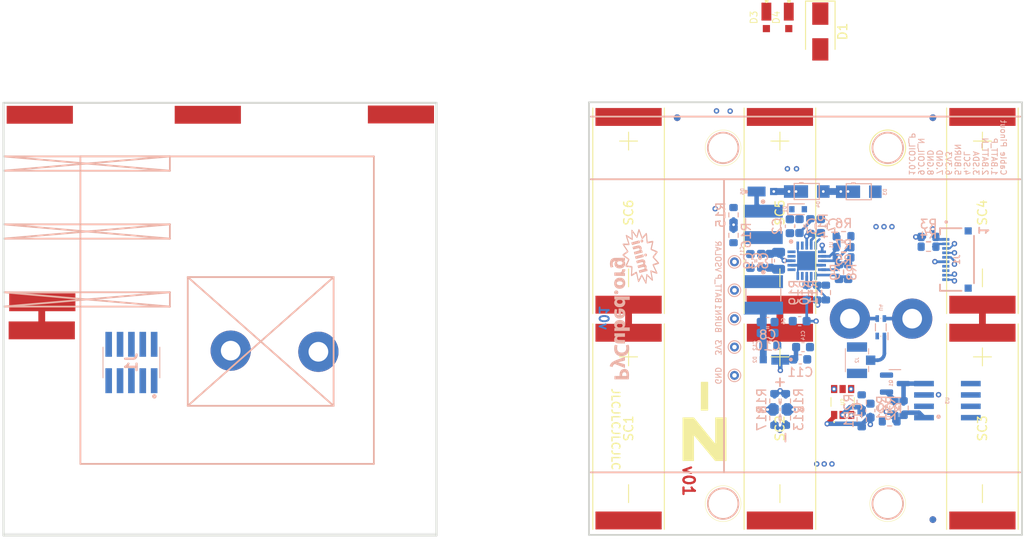
<source format=kicad_pcb>
(kicad_pcb (version 20211014) (generator pcbnew)
  (layers (0 "F.Cu" signal "Top") (1 "In1.Cu" signal) (2 "In2.Cu" signal) (3 "In3.Cu" signal) (4 "In4.Cu" signal) (31 "B.Cu" signal "Bottom") (34 "B.Paste" user) (35 "F.Paste" user) (36 "B.SilkS" user "B.Silkscreen") (37 "F.SilkS" user "F.Silkscreen") (38 "B.Mask" user) (39 "F.Mask" user) (44 "Edge.Cuts" user))
  (net 0 "")
  (net 1 "/coil")
  (net 2 "Net-(H5-Pad1)")
  (net 3 "Net-(H6-Pad1)")
  (footprint "" (layer "F.Cu") (at 20.659999 45.609993)
    (fp_text reference "")
    (fp_text value "")
  )
  (footprint "solarpanels:KXOB25-05X3F" (layer "F.Cu") (at 86.468201 69.996612 -90)
    (fp_text reference "SC1")
    (fp_text value "SolarCell")
  )
  (footprint "MountingHole:MountingHole_2.2mm_M2_DIN965" (layer "F.Cu") (at 28.199994 89.669722 -90)
    (fp_text reference "H3" hide)
    (fp_text value "MountingHole")
  )
  (footprint "solarpanels:Antenna Pad" (layer "F.Cu") (at 118.1671 68.420102 90)
    (fp_text reference "H5" hide)
    (fp_text value "MountingHole_Pad")
  )
  (footprint "" (layer "F.Cu") (at 39.440002 45.609993)
    (fp_text reference "")
    (fp_text value "")
  )
  (footprint "solarpanels:MICROSMP" (layer "F.Cu") (at 101.8725 34.721102 -90)
    (fp_text reference "D3")
    (fp_text value "MSS1P4-M3_89A" hide)
  )
  (footprint "solarpanels:KXOB25-05X3F" (layer "F.Cu") (at 126.018204 45.854613 -90)
    (fp_text reference "SC4")
    (fp_text value "SolarCell")
  )
  (footprint "" (layer "F.Cu") (at 20.939999 66.590393)
    (fp_text reference "")
    (fp_text value "")
  )
  (footprint "Fiducial:Fiducial_0.75mm_Mask1.5mm" (layer "F.Cu") (at 120.4785 45.941102 -90)
    (fp_text reference "REF**" hide)
    (fp_text value "Fiducial_0.75mm_Mask1.5mm")
  )
  (footprint "" (layer "F.Cu") (at 51.8 72.125)
    (fp_text reference "")
    (fp_text value "")
  )
  (footprint "Fiducial:Fiducial_0.75mm_Mask1.5mm" (layer "F.Cu") (at 120.4785 90.899102 -90)
    (fp_text reference "REF**" hide)
    (fp_text value "Fiducial_0.75mm_Mask1.5mm")
  )
  (footprint "solarpanels:KXOB25-05X3F" (layer "F.Cu") (at 103.3843 69.996604 -90)
    (fp_text reference "SC2")
    (fp_text value "SolarCell")
  )
  (footprint "" (layer "F.Cu") (at 61.03 45.58)
    (fp_text reference "")
    (fp_text value "")
  )
  (footprint "" (layer "F.Cu") (at 20.879999 69.732398)
    (fp_text reference "")
    (fp_text value "")
  )
  (footprint "solarpanels:KXOB25-05X3F" (layer "F.Cu") (at 126.018204 69.996612 -90)
    (fp_text reference "SC3")
    (fp_text value "SolarCell")
  )
  (footprint "" (layer "F.Cu") (at 42 72)
    (fp_text reference "")
    (fp_text value "")
  )
  (footprint "Diode_SMD:D_SMA" (layer "F.Cu") (at 107.8975 36.296102 -90)
    (fp_text reference "D1")
    (fp_text value "SZ1SMA5918")
  )
  (footprint "custom-footprints:ypanel" (layer "F.Cu") (at 95.2055 81.247102 -90)
    (fp_text reference "Ref**" hide)
    (fp_text value "Val**" hide)
  )
  (footprint "solarpanels:KXOB25-05X3F" (layer "F.Cu") (at 103.3843 45.854615 -90)
    (fp_text reference "SC5")
    (fp_text value "SolarCell")
  )
  (footprint "solarpanels:MICROSMP" (layer "F.Cu") (at 104.3725 34.721102 -90)
    (fp_text reference "D4")
    (fp_text value "MSS1P4-M3_89A" hide)
  )
  (footprint "solarpanels:KXOB25-05X3F" (layer "F.Cu") (at 86.468201 45.854613 -90)
    (fp_text reference "SC6")
    (fp_text value "SolarCell")
  )
  (footprint "MountingHole:MountingHole_2.2mm_M2_DIN965" (layer "F.Cu") (at 54.999992 47.269705 -90)
    (fp_text reference "H1" hide)
    (fp_text value "MountingHole")
  )
  (footprint "MountingHole:MountingHole_2.2mm_M2_DIN965" (layer "F.Cu") (at 28.199994 47.269705 -90)
    (fp_text reference "H2" hide)
    (fp_text value "MountingHole")
  )
  (footprint "solarpanels:TSL2561" (layer "F.Cu") (at 110.3947 77.741902 90)
    (fp_text reference "U2")
    (fp_text value "TSL2561" hide)
  )
  (footprint "MountingHole:MountingHole_2.2mm_M2_DIN965" (layer "F.Cu") (at 54.999992 89.669722 -90)
    (fp_text reference "H4" hide)
    (fp_text value "MountingHole")
  )
  (footprint "Fiducial:Fiducial_0.75mm_Mask1.5mm" (layer "F.Cu") (at 91.9035 45.941102 -90)
    (fp_text reference "REF**" hide)
    (fp_text value "Fiducial_0.75mm_Mask1.5mm")
  )
  (footprint "solarpanels:Antenna Pad" (layer "F.Cu") (at 111.2075 68.420102 -90)
    (fp_text reference "H6" hide)
    (fp_text value "MountingHole_Pad")
  )
  (footprint "Resistor_SMD:R_0603_1608Metric" (layer "B.Cu") (at 111.0043 63.213102 -90)
    (fp_text reference "R9")
    (fp_text value "4.53M")
  )
  (footprint "Resistor_SMD:R_0603_1608Metric" (layer "B.Cu") (at 108.5151 65.499102 -90)
    (fp_text reference "R11")
    (fp_text value "4.75M")
  )
  (footprint "Resistor_SMD:R_0603_1608Metric" (layer "B.Cu") (at 98.1977 59.098302 90)
    (fp_text reference "R16")
    (fp_text value "0")
  )
  (footprint "Resistor_SMD:R_0603_1608Metric" (layer "B.Cu") (at 112.52261 77.767302 -90)
    (fp_text reference "R2")
    (fp_text value "0")
  )
  (footprint "Diode_SMD:D_SOD-523" (layer "B.Cu") (at 105.4163 56.177302)
    (fp_text reference "D1")
    (fp_text value "SDM20U40-7")
  )
  (footprint "Resistor_SMD:R_0603_1608Metric" (layer "B.Cu") (at 102.7747 79.532602 -90)
    (fp_text reference "R17")
    (fp_text value "0")
  )
  (footprint "Capacitor_SMD:C_0603_1608Metric" (layer "B.Cu") (at 100.0823 61.968502 -90)
    (fp_text reference "C11")
    (fp_text value "100uF")
  )
  (footprint "Fiducial:Fiducial_0.75mm_Mask1.5mm" (layer "B.Cu") (at 120.4785 45.941102 -90)
    (fp_text reference "REF**" hide)
    (fp_text value "Fiducial_0.75mm_Mask1.5mm")
  )
  (footprint "batteryboard:FTS-105-XX-YY-DV-A" (layer "B.Cu") (at 30.900268 73.32759 180)
    (fp_text reference "J1")
    (fp_text value "TODO" hide)
  )
  (footprint "solarpanels:MICROSMP" (layer "B.Cu") (at 102.7747 73.017502 180)
    (fp_text reference "D2")
    (fp_text value "MSS1P4-M3_89A" hide)
  )
  (footprint "solarpanels:SB Diode" (layer "B.Cu") (at 112.1981 54.220702)
    (fp_text reference "D3")
    (fp_text value "SBDiode")
  )
  (footprint "Capacitor_SMD:C_0603_1608Metric" (layer "B.Cu") (at 102.2667 61.943102 -90)
    (fp_text reference "C7")
    (fp_text value "4.7uF")
  )
  (footprint "Resistor_SMD:R_0603_1608Metric" (layer "B.Cu") (at 115.6525 79.900902 180)
    (fp_text reference "R20")
    (fp_text value "10k")
  )
  (footprint "Capacitor_SMD:C_0603_1608Metric" (layer "B.Cu") (at 102.0127 70.020302)
    (fp_text reference "C10")
    (fp_text value "0.1uF")
  )
  (footprint "Capacitor_SMD:C_0805_2012Metric" (layer "B.Cu") (at 103.2319 61.943102 -90)
    (fp_text reference "C5")
    (fp_text value "100uF")
  )
  (footprint "Resistor_SMD:R_0603_1608Metric" (layer "B.Cu") (at 112.5283 79.697702 -90)
    (fp_text reference "R1")
    (fp_text value "0")
  )
  (footprint "Capacitor_SMD:C_0603_1608Metric" (layer "B.Cu") (at 105.662102 72.974702)
    (fp_text reference "C11")
    (fp_text value "0.1uF")
  )
  (footprint "Resistor_SMD:R_0603_1608Metric" (layer "B.Cu") (at 107.5499 65.499102 -90)
    (fp_text reference "R10")
    (fp_text value "8.25M")
  )
  (footprint "Fiducial:Fiducial_0.75mm_Mask1.5mm" (layer "B.Cu") (at 91.9035 45.941102 -90)
    (fp_text reference "REF**" hide)
    (fp_text value "Fiducial_0.75mm_Mask1.5mm")
  )
  (footprint "Resistor_SMD:R_0603_1608Metric" (layer "B.Cu") (at 106.7879 58.061802 90)
    (fp_text reference "R14")
    (fp_text value "0")
  )
  (footprint "Resistor_SMD:R_0603_1608Metric" (layer "B.Cu") (at 106.381507 65.499093 -90)
    (fp_text reference "R19")
    (fp_text value "0")
  )
  (footprint "Capacitor_SMD:C_0603_1608Metric" (layer "B.Cu") (at 107.9563 58.061802 90)
    (fp_text reference "C4")
    (fp_text value "10nF")
  )
  (footprint "solarpanels:MICROSMP" (layer "B.Cu") (at 101.4285 54.196102)
    (fp_text reference "D5")
    (fp_text value "MSS1P4-M3_89A" hide)
  )
  (footprint "solarpanels:GCT_FFC2B28-10-G" (layer "B.Cu") (at 123.1763 61.805502 -90)
    (fp_text reference "J1")
    (fp_text value "FFC2B28-10-G")
  )
  (footprint "Resistor_SMD:R_0603_1608Metric" (layer "B.Cu") (at 116.1859 78.427702 -90)
    (fp_text reference "R21")
    (fp_text value "4.7k")
  )
  (footprint "solarpanels:SB Diode" (layer "B.Cu") (at 106.3815 54.196102)
    (fp_text reference "D4")
    (fp_text value "SBDiode")
  )
  (footprint "Resistor_SMD:R_0603_1608Metric" (layer "B.Cu") (at 110.4963 60.427102)
    (fp_text reference "R5")
    (fp_text value "7.32M")
  )
  (footprint "Resistor_SMD:R_0603_1608Metric" (layer "B.Cu") (at 110.4963 59.199902 180)
    (fp_text reference "R6")
    (fp_text value "5.62M")
  )
  (footprint "TestPoint:TestPoint_THTPad_D1.0mm_Drill0.5mm" (layer "B.Cu") (at 98.3043 68.420102 90)
    (fp_text reference "TP4" hide)
    (fp_text value "TP")
  )
  (footprint "Capacitor_SMD:C_0603_1608Metric" (layer "B.Cu") (at 101.3015 61.943102 -90)
    (fp_text reference "C9")
    (fp_text value "0.1uF")
  )
  (footprint "Resistor_SMD:R_0603_1608Metric" (layer "B.Cu") (at 104.0447 79.532602 90)
    (fp_text reference "R13")
    (fp_text value "0")
  )
  (footprint "TestPoint:TestPoint_THTPad_D1.0mm_Drill0.5mm" (layer "B.Cu") (at 98.3043 71.595102 90)
    (fp_text reference "TP3" hide)
    (fp_text value "TP")
  )
  (footprint "solarpanels:U.FL-R-SMT-1" (layer "B.Cu") (at 112.000488 73.068302 -90)
    (fp_text reference "J2")
    (fp_text value "U.FL-R-SMT-1" hide)
  )
  (footprint "solarpanels:LPS4018" (layer "B.Cu") (at 101.53272 65.760542 -90)
    (fp_text reference "L2" hide)
    (fp_text value "10uH-LPS4018-103MR" hide)
  )
  (footprint "custom-footprints:pycubed_mini_logo" (layer "B.Cu") (at 87.638652 60.004221 90)
    (fp_text reference "Ref**" hide)
    (fp_text value "Val**" hide)
  )
  (footprint "TestPoint:TestPoint_THTPad_D1.0mm_Drill0.5mm" (layer "B.Cu") (at 98.3043 62.068392 90)
    (fp_text reference "TP1" hide)
    (fp_text value "TP")
  )
  (footprint "Capacitor_SMD:C_0603_1608Metric" (layer "B.Cu") (at 105.594 68.699502 180)
    (fp_text reference "C6")
    (fp_text value "1uF")
  )
  (footprint "Resistor_SMD:R_0603_1608Metric" (layer "B.Cu") (at 119.9959 59.276102 180)
    (fp_text reference "R3")
    (fp_text value "0")
  )
  (footprint "TestPoint:TestPoint_THTPad_D1.0mm_Drill0.5mm" (layer "B.Cu") (at 98.3043 74.768392 90)
    (fp_text reference "TP2" hide)
    (fp_text value "TP")
  )
  (footprint "Capacitor_SMD:C_0603_1608Metric" (layer "B.Cu") (at 102.0127 68.801102)
    (fp_text reference "C8")
    (fp_text value "22uF")
  )
  (footprint "Capacitor_SMD:C_0603_1608Metric" (layer "B.Cu") (at 102.3175 71.442702)
    (fp_text reference "C12")
    (fp_text value "100uF")
  )
  (footprint "Resistor_SMD:R_0603_1608Metric" (layer "B.Cu") (at 104.0447 77.627602 90)
    (fp_text reference "R12")
    (fp_text value "0")
  )
  (footprint "solarpanels:ATB2012" (layer "B.Cu") (at 114.6619 69.385302 90)
    (fp_text reference "U4")
    (fp_text value "ATB2012-50011-T000")
  )
  (footprint "Capacitor_SMD:C_0603_1608Metric" (layer "B.Cu") (at 113.4935 78.707102 -90)
    (fp_text reference "C1")
    (fp_text value "1uF")
  )
  (footprint "Capacitor_SMD:C_0603_1608Metric" (layer "B.Cu") (at 104.5019 58.082302 -90)
    (fp_text reference "C2")
    (fp_text value "0.1uF")
  )
  (footprint "Resistor_SMD:R_0603_1608Metric" (layer "B.Cu") (at 102.7747 77.627602 -90)
    (fp_text reference "R18")
    (fp_text value "0")
  )
  (footprint "Resistor_SMD:R_0603_1608Metric" (layer "B.Cu") (at 109.9883 63.213102 90)
    (fp_text reference "R8")
    (fp_text value "8.25M")
  )
  (footprint "Capacitor_SMD:C_0603_1608Metric" (layer "B.Cu") (at 105.5687 58.061802 90)
    (fp_text reference "C3")
    (fp_text value "4.7uF")
  )
  (footprint "solarpanels:NDS8434" (layer "B.Cu") (at 122.1041 77.589502 90)
    (fp_text reference "U3")
    (fp_text value "NDS8434" hide)
  )
  (footprint "Capacitor_SMD:C_0603_1608Metric" (layer "B.Cu") (at 105.966902 71.603102)
    (fp_text reference "C14")
    (fp_text value "100uF")
  )
  (footprint "Package_TO_SOT_SMD:SOT-23" (layer "B.Cu") (at 116.2367 75.684502)
    (fp_text reference "Q1")
    (fp_text value "IRLML2803")
  )
  (footprint "Resistor_SMD:R_0603_1608Metric" (layer "B.Cu") (at 117.2019 78.427702 -90)
    (fp_text reference "R22")
    (fp_text value "100k")
  )
  (footprint "Resistor_SMD:R_0603_1608Metric" (layer "B.Cu") (at 119.9959 60.368302 180)
    (fp_text reference "R4")
    (fp_text value "0")
  )
  (footprint "solarpanels:LPS4018" (layer "B.Cu") (at 101.4997 57.871302 -90)
    (fp_text reference "L1" hide)
    (fp_text value "22uH-LPS4018-223MR" hide)
  )
  (footprint "solarpanels:QFN50P350X350X100-21N-D" (layer "B.Cu") (at 106.3815 61.943102 -90)
    (fp_text reference "U1")
    (fp_text value "BQ25570RGRR" hide)
  )
  (footprint "Resistor_SMD:R_0603_1608Metric" (layer "B.Cu") (at 98.1977 56.812302 -90)
    (fp_text reference "R15")
    (fp_text value "0")
  )
  (footprint "Resistor_SMD:R_0603_1608Metric" (layer "B.Cu") (at 110.4963 61.570102 180)
    (fp_text reference "R7")
    (fp_text value "374K")
  )
  (footprint "Fiducial:Fiducial_0.75mm_Mask1.5mm" (layer "B.Cu") (at 120.4785 90.899102 -90)
    (fp_text reference "REF**" hide)
    (fp_text value "Fiducial_0.75mm_Mask1.5mm")
  )
  (footprint "TestPoint:TestPoint_THTPad_D1.0mm_Drill0.5mm" (layer "B.Cu") (at 98.3043 65.243392 90)
    (fp_text reference "TP5" hide)
    (fp_text value "TP")
  )
  (gr_line (start 35.200006 59.469706) (end 35.200006 57.869709) (layer "B.SilkS") (width 0.2))
  (gr_line (start 53.499995 78.169719) (end 37.200002 78.169719) (layer "B.SilkS") (width 0.2))
  (gr_line (start 35.200006 57.869709) (end 16.6 57.869709) (layer "B.SilkS") (width 0.2))
  (gr_circle (center 115.436015 89.114602) (end 115.436015 90.824602) (layer "B.SilkS") (width 0.2) (fill none))
  (gr_line (start 53.499995 63.769723) (end 53.499995 78.169719) (layer "B.SilkS") (width 0.2))
  (gr_line (start 35.200006 65.469719) (end 16.6 65.469719) (layer "B.SilkS") (width 0.2))
  (gr_line (start 25.2 50.269699) (end 58.000011 50.269699) (layer "B.SilkS") (width 0.2))
  (gr_line (start 130.2575 52.826212) (end 82.2325 52.826212) (layer "B.SilkS") (width 0.2))
  (gr_line (start 103.4097 77.716502) (end 103.4097 78.034002) (layer "B.SilkS") (width 0.12))
  (gr_circle (center 115.436015 49.314605) (end 115.436015 51.024605) (layer "B.SilkS") (width 0.2) (fill none))
  (gr_line (start 16.6 59.469706) (end 35.200006 59.469706) (layer "B.SilkS") (width 0.2))
  (gr_line (start 103.4097 79.088102) (end 103.4097 79.405602) (layer "B.SilkS") (width 0.12))
  (gr_line (start 97.136 85.565102) (end 97.136 52.926612) (layer "B.SilkS") (width 0.2))
  (gr_line (start 37.200002 78.169719) (end 37.200002 63.769723) (layer "B.SilkS") (width 0.2))
  (gr_circle (center 97.036001 89.114602) (end 97.036001 90.824602) (layer "B.SilkS") (width 0.2) (fill none))
  (gr_line (start 25.2 84.669706) (end 25.2 50.269699) (layer "B.SilkS") (width 0.2))
  (gr_line (start 82.2515 45.814612) (end 130.2385 45.814612) (layer "B.SilkS") (width 0.2))
  (gr_line (start 16.6 67.069716) (end 35.200006 67.069716) (layer "B.SilkS") (width 0.2))
  (gr_line (start 58.000011 84.669706) (end 25.2 84.669706) (layer "B.SilkS") (width 0.2))
  (gr_line (start 16.6 65.469719) (end 35.200006 67.069716) (layer "B.SilkS") (width 0.2))
  (gr_line (start 37.200002 63.769723) (end 53.499995 63.769723) (layer "B.SilkS") (width 0.2))
  (gr_line (start 35.200006 65.469719) (end 16.6 67.069716) (layer "B.SilkS") (width 0.2))
  (gr_line (start 35.200006 57.869709) (end 16.6 59.469706) (layer "B.SilkS") (width 0.2))
  (gr_line (start 16.6 57.869709) (end 35.200006 59.469706) (layer "B.SilkS") (width 0.2))
  (gr_line (start 37.200002 78.169719) (end 53.499995 63.769723) (layer "B.SilkS") (width 0.2))
  (gr_line (start 35.200006 50.269699) (end 16.6 50.269699) (layer "B.SilkS") (width 0.2))
  (gr_line (start 37.200002 63.769723) (end 53.499995 78.169719) (layer "B.SilkS") (width 0.2))
  (gr_line (start 35.200006 67.069716) (end 35.200006 65.469719) (layer "B.SilkS") (width 0.2))
  (gr_line (start 58.000011 50.269699) (end 58.000011 84.669706) (layer "B.SilkS") (width 0.2))
  (gr_circle (center 97.036001 49.314605) (end 97.036001 51.024605) (layer "B.SilkS") (width 0.2) (fill none))
  (gr_line (start 130.2385 85.614609) (end 82.2325 85.614609) (layer "B.SilkS") (width 0.2))
  (gr_line (start 16.6 51.869721) (end 35.200006 51.869721) (layer "B.SilkS") (width 0.2))
  (gr_line (start 103.4097 78.732502) (end 103.4097 78.415002) (layer "B.SilkS") (width 0.12))
  (gr_line (start 103.4097 80.104102) (end 103.4097 79.786602) (layer "B.SilkS") (width 0.12))
  (gr_line (start 35.200006 50.269699) (end 16.6 51.869721) (layer "B.SilkS") (width 0.2))
  (gr_line (start 35.200006 51.869721) (end 35.200006 50.269699) (layer "B.SilkS") (width 0.2))
  (gr_line (start 16.6 50.269699) (end 35.200006 51.869721) (layer "B.SilkS") (width 0.2))
  (gr_circle (center 115.434 49.316212) (end 115.434 51.316212) (layer "F.SilkS") (width 0.12) (fill none))
  (gr_circle (center 115.434 89.116212) (end 115.434 91.116212) (layer "F.SilkS") (width 0.05) (fill none))
  (gr_circle (center 97.034 89.116212) (end 97.034 91.116212) (layer "F.SilkS") (width 0.05) (fill none))
  (gr_circle (center 97.034 49.316212) (end 97.034 51.316212) (layer "F.SilkS") (width 0.05) (fill none))
  (gr_line (start 82.043 92.611212) (end 82.043 44.211212) (layer "Edge.Cuts") (width 0.2))
  (gr_line (start 16.6 92.669716) (end 64.999997 92.669716) (layer "Edge.Cuts") (width 0.2))
  (gr_line (start 65 44.26971) (end 65 92.66971) (layer "Edge.Cuts") (width 0.2))
  (gr_line (start 130.443 44.211212) (end 130.443 92.611212) (layer "Edge.Cuts") (width 0.2))
  (gr_line (start 82.043 44.211212) (end 130.443 44.211212) (layer "Edge.Cuts") (width 0.2))
  (gr_line (start 16.6 44.269711) (end 16.6 92.669716) (layer "Edge.Cuts") (width 0.2))
  (gr_rect (start 16.6 44.26971) (end 65 92.456) (layer "Edge.Cuts") (width 0.05) (fill none))
  (gr_line (start 65 44.26971) (end 16.6 44.26971) (layer "Edge.Cuts") (width 0.2))
  (gr_line (start 16.6 92.66971) (end 16.6 44.26971) (layer "Edge.Cuts") (width 0.2))
  (gr_line (start 130.443006 92.611218) (end 82.043002 92.611218) (layer "Edge.Cuts") (width 0.2))
  (gr_line (start 16.6 44.26971) (end 65 44.26971) (layer "Edge.Cuts") (width 0.2))
  (gr_line (start 16.6 50.26971) (end 16.6 51.86971) (layer "Edge.Cuts") (width 0.2))
  (gr_line (start 65 92.66971) (end 65 44.26971) (layer "Edge.Cuts") (width 0.2))
  (gr_line (start 16.6 57.86971) (end 16.6 59.46971) (layer "Edge.Cuts") (width 0.2))
  (gr_line (start 16.6 65.46971) (end 16.6 67.06971) (layer "Edge.Cuts") (width 0.2))
  (gr_line (start 64.999997 92.669716) (end 16.6 92.669716) (layer "Edge.Cuts") (width 0.2))
  (gr_text "v01" (at 93.180358 86.581102 270) (layer "F.Cu") (effects (font (size 1.27 1.27) (thickness 0.254))))
  (gr_text "v01" (at 83.693 68.320212 270) (layer "B.Cu") (effects (font (size 1.016 1.016) (thickness 0.2032)) (justify mirror)))
  (gr_text "P" (at 105.6957 78.567352 270) (layer "B.SilkS") (effects (font (size 0.635 0.635) (thickness 0.127)) (justify mirror)))
  (gr_text "-" (at 103.9177 81.729702 90) (layer "B.SilkS") (effects (font (size 1.143 1.143) (thickness 0.2032)) (justify mirror)))
  (gr_text "N" (at 101.0475 78.567402 270) (layer "B.SilkS") (effects (font (size 0.635 0.635) (thickness 0.127)) (justify mirror)))
  (gr_text "GND" (at 96.4755 75.836902 270) (layer "B.SilkS") (effects (font (size 0.635 0.635) (thickness 0.1016)) (justify left mirror)))
  (gr_text "+" (at 103.3081 75.532102 90) (layer "B.SilkS") (effects (font (size 1.143 1.143) (thickness 0.2032)) (justify mirror)))
  (gr_text "VSOLAR" (at 96.4755 63.289302 270) (layer "B.SilkS") (effects (font (size 0.635 0.635) (thickness 0.1016)) (justify left mirror)))
  (gr_text "BATT_P" (at 96.4755 66.743702 270) (layer "B.SilkS") (effects (font (size 0.635 0.635) (thickness 0.1016)) (justify left mirror)))
  (gr_text "1" (at 126.1173 58.539502 270) (layer "B.SilkS") (effects (font (size 1.016 1.016) (thickness 0.2032)) (justify mirror)))
  (gr_text "BURN1" (at 96.4755 70.071102 270) (layer "B.SilkS") (effects (font (size 0.635 0.635) (thickness 0.1016)) (justify left mirror)))
  (gr_text "3V3" (at 96.4755 72.585702 270) (layer "B.SilkS") (effects (font (size 0.635 0.635) (thickness 0.1016)) (justify left mirror)))
  (gr_text "Cable Pinout\n1.BATT_P\n2.BATT_N\n3.SDA\n4.SCL\n5.BURN\n6.3V3\n7.GND\n8.GND\n9.COIL_N\n10.COIL_P\n" (at 123.2471 52.443502 270) (layer "B.SilkS") (effects (font (size 0.635 0.635) (thickness 0.1016)) (justify left mirror)))
  (gr_text "JLCJLCJLCJLC" (at 85.0201 80.789902 270) (layer "F.SilkS") (effects (font (size 0.889 0.889))))
  (segment (start 86.468201 66.854613) (end 86.468201 69.996612) (width 0.762) (layer "F.Cu") (net 0))
  (segment (start 109.4447 79.403102) (end 109.4447 79.191902) (width 0.508) (layer "F.Cu") (net 0))
  (segment (start 103.3843 66.854615) (end 103.3843 69.996604) (width 0.762) (layer "F.Cu") (net 0))
  (segment (start 20.88 66.348001) (end 20.88 69.49) (width 0.762) (layer "F.Cu") (net 0))
  (segment (start 108.6675 80.180302) (end 109.4447 79.403102) (width 0.508) (layer "F.Cu") (net 0))
  (segment (start 126.018204 66.854613) (end 126.018204 69.996612) (width 0.762) (layer "F.Cu") (net 0))
  (via (at 110.9981 54.196102) (size 0.6) (drill 0.3) (layers "F.Cu" "B.Cu") (net 0))
  (via (at 115.2715 78.834102) (size 0.6) (drill 0.3) (layers "F.Cu" "B.Cu") (net 0))
  (via (at 108.1087 60.215902) (size 0.6) (drill 0.3) (layers "F.Cu" "B.Cu") (net 0))
  (via (at 122.8915 60.038102) (size 0.6) (drill 0.3) (layers "F.Cu" "B.Cu") (net 0))
  (via (at 115.0175 58.133102) (size 0.6) (drill 0.3) (layers "F.Cu" "B.Cu") (net 0))
  (via (at 111.3599 79.215102) (size 0.6) (drill 0.3) (layers "F.Cu" "B.Cu") (net 0))
  (via (at 120.4785 58.387102) (size 0.6) (drill 0.3) (layers "F.Cu" "B.Cu") (net 0))
  (via (at 103.4351 74.211302) (size 0.6) (drill 0.3) (layers "F.Cu" "B.Cu") (net 0))
  (via (at 104.4003 54.196102) (size 0.6) (drill 0.3) (layers "F.Cu" "B.Cu") (net 0))
  (via (at 122.8915 61.054102) (size 0.6) (drill 0.3) (layers "F.Cu" "B.Cu") (net 0))
  (via (at 114.1285 58.133102) (size 0.6) (drill 0.3) (layers "F.Cu" "B.Cu") (net 0))
  (via (at 109.2009 84.676102) (size 0.6) (drill 0.3) (layers "F.Cu" "B.Cu") (net 0))
  (via (at 115.9065 58.133102) (size 0.6) (drill 0.3) (layers "F.Cu" "B.Cu") (net 0))
  (via (at 108.6675 80.180302) (size 0.6) (drill 0.3) (layers "F.Cu" "B.Cu") (net 0))
  (via (at 107.425656 68.700477) (size 0.6) (drill 0.3) (layers "F.Cu" "B.Cu") (net 0))
  (via (at 110.1915 54.196102) (size 0.6) (drill 0.3) (layers "F.Cu" "B.Cu") (net 0))
  (via (at 122.8915 64.193605) (size 0.6) (drill 0.3) (layers "F.Cu" "B.Cu") (net 0))
  (via (at 106.3815 59.199902) (size 0.6) (drill 0.3) (layers "F.Cu" "B.Cu") (net 0))
  (via (at 104.8321 78.592802) (size 0.6) (drill 0.3) (layers "F.Cu" "B.Cu") (net 0))
  (via (at 109.4295 76.294102) (size 0.6) (drill 0.3) (layers "F.Cu" "B.Cu") (net 0))
  (via (at 104.2225 51.656102) (size 0.6) (drill 0.3) (layers "F.Cu" "B.Cu") (net 0))
  (via (at 122.8915 62.324102) (size 0.6) (drill 0.3) (layers "F.Cu" "B.Cu") (net 0))
  (via (at 113.4935 80.256502) (size 0.6) (drill 0.3) (layers "F.Cu" "B.Cu") (net 0))
  (via (at 121.1135 76.929102) (size 0.6) (drill 0.3) (layers "F.Cu" "B.Cu") (net 0))
  (via (at 108.3373 84.676102) (size 0.6) (drill 0.3) (layers "F.Cu" "B.Cu") (net 0))
  (via (at 109.9883 61.562102) (size 0.6) (drill 0.3) (layers "F.Cu" "B.Cu") (net 0))
  (via (at 118.5735 59.276102) (size 0.6) (drill 0.3) (layers "F.Cu" "B.Cu") (net 0))
  (via (at 122.8915 63.441702) (size 0.6) (drill 0.3) (layers "F.Cu" "B.Cu") (net 0))
  (via (at 107.4991 84.676102) (size 0.6) (drill 0.3) (layers "F.Cu" "B.Cu") (net 0))
  (via (at 105.2385 51.656102) (size 0.6) (drill 0.3) (layers "F.Cu" "B.Cu") (net 0))
  (via (at 108.2315 54.196102) (size 0.6) (drill 0.3) (layers "F.Cu" "B.Cu") (net 0))
  (via (at 120.7071 62.044702) (size 0.6) (drill 0.3) (layers "F.Cu" "B.Cu") (net 0))
  (via (at 111.3345 76.294102) (size 0.6) (drill 0.3) (layers "F.Cu" "B.Cu") (net 0))
  (via (at 110.3947 79.189702) (size 0.6) (drill 0.3) (layers "F.Cu" "B.Cu") (net 0))
  (via (at 98.207202 57.912502) (size 0.6) (drill 0.3) (layers "F.Cu" "B.Cu") (net 0))
  (via (at 107.6007 66.896102) (size 0.6) (drill 0.3) (layers "F.Cu" "B.Cu") (net 0))
  (via (at 105.1815 54.196102) (size 0.6) (drill 0.3) (layers "F.Cu" "B.Cu") (net 0))
  (via (at 102.6985 54.196102) (size 0.6) (drill 0.3) (layers "F.Cu" "B.Cu") (net 0))
  (via (at 102.0127 78.592802) (size 0.6) (drill 0.3) (layers "F.Cu" "B.Cu") (net 0))
  (via (at 103.870103 61.92098) (size 0.6) (drill 0.3) (layers "F.Cu" "B.Cu") (net 0))
  (segment (start 107.3815 63.643102) (end 107.483021 63.541581) (width 0.29972) (layer "B.Cu") (net 0))
  (segment (start 110.0113 60.383204) (end 110.0113 59.199902) (width 0.29972) (layer "B.Cu") (net 0))
  (segment (start 122.8915 60.038102) (end 122.3741 60.555502) (width 0.2032) (layer "B.Cu") (net 0))
  (segment (start 115.3751 78.937702) (end 115.2715 78.834102) (width 0.508) (layer "B.Cu") (net 0))
  (segment (start 105.385011 62.939591) (end 106.3815 61.943102) (width 0.2032) (layer "B.Cu") (net 0))
  (segment (start 117.2019 77.917702) (end 117.2019 75.712202) (width 0.508) (layer "B.Cu") (net 0))
  (segment (start 102.6985 54.196102) (end 105.1815 54.196102) (width 0.762) (layer "B.Cu") (net 0))
  (segment (start 109.9883 61.562102) (end 109.6073 61.943102) (width 0.29972) (layer "B.Cu") (net 0))
  (segment (start 106.7879 57.576802) (end 105.8179 58.546802) (width 0.29972) (layer "B.Cu") (net 0))
  (segment (start 121.9263 59.555502) (end 120.7853 59.555502) (width 0.3048) (layer "B.Cu") (net 0))
  (segment (start 105.385011 60.246613) (end 105.385011 60.946613) (width 0.2032) (layer "B.Cu") (net 0))
  (segment (start 107.424681 68.699502) (end 106.394 68.699502) (width 0.3048) (layer "B.Cu") (net 0))
  (segment (start 108.1087 60.915902) (end 108.0815 60.943102) (width 0.3048) (layer "B.Cu") (net 0))
  (segment (start 113.4935 79.307478) (end 112.593276 80.207702) (width 0.508) (layer "B.Cu") (net 0))
  (segment (start 103.412225 61.463102) (end 103.2319 61.463102) (width 0.3048) (layer "B.Cu") (net 0))
  (segment (start 109.923479 63.541581) (end 110.0722 63.690302) (width 0.29972) (layer "B.Cu") (net 0))
  (segment (start 102.4679 78.137602) (end 102.0127 78.592802) (width 0.508) (layer "B.Cu") (net 0))
  (segment (start 104.6815 62.443102) (end 105.8815 62.443102) (width 0.3048) (layer "B.Cu") (net 0))
  (segment (start 122.3741 60.555502) (end 121.9263 60.555502) (width 0.2032) (layer "B.Cu") (net 0))
  (segment (start 98.1977 57.922004) (end 98.1977 58.588302) (width 0.508) (layer "B.Cu") (net 0))
  (segment (start 103.4247 74.200902) (end 103.4247 73.017502) (width 0.508) (layer "B.Cu") (net 0))
  (segment (start 102.7747 79.022602) (end 102.4425 79.022602) (width 0.508) (layer "B.Cu") (net 0))
  (segment (start 121.752234 60.066102) (end 120.8081 60.066102) (width 0.254) (layer "B.Cu") (net 0))
  (segment (start 112.52261 78.277302) (end 112.52261 79.182012) (width 0.508) (layer "B.Cu") (net 0))
  (segment (start 100.7785 54.196102) (end 100.7785 55.670552) (width 0.508) (layer "B.Cu") (net 0))
  (segment (start 122.8915 61.054102) (end 122.8901 61.055502) (width 0.2032) (layer "B.Cu") (net 0))
  (segment (start 107.3815 60.243102) (end 107.3815 60.943102) (width 0.1524) (layer "B.Cu") (net 0))
  (segment (start 113.5255 73.068302) (end 114.295894 73.068302) (width 0.4064) (layer "B.Cu") (net 0))
  (segment (start 117.1742 75.684502) (end 119.4879 75.684502) (width 0.508) (layer "B.Cu") (net 0))
  (segment (start 110.000802 61.562102) (end 111.0017 60.561204) (width 0.29972) (layer "B.Cu") (net 0))
  (segment (start 122.763997 64.066102) (end 122.8915 64.193605) (width 0.2032) (layer "B.Cu") (net 0))
  (segment (start 107.6007 66.896102) (end 107.5499 66.845302) (width 0.254) (layer "B.Cu") (net 0))
  (segment (start 111.207484 78.326102) (end 112.47381 78.326102) (width 0.508) (layer "B.Cu") (net 0))
  (segment (start 122.8915 62.324102) (end 122.8915 61.972546) (width 0.254) (layer "B.Cu") (net 0))
  (segment (start 110.3947 79.138886) (end 111.207484 78.326102) (width 0.508) (layer "B.Cu") (net 0))
  (segment (start 112.5009 80.180302) (end 112.5283 80.207702) (width 0.508) (layer "B.Cu") (net 0))
  (segment (start 116.1859 79.898902) (end 116.1839 79.900902) (width 0.508) (layer "B.Cu") (net 0))
  (segment (start 105.385011 63.639591) (end 105.385011 62.939591) (width 0.2032) (layer "B.Cu") (net 0))
  (segment (start 104.3769 78.137602) (end 104.8321 78.592802) (width 0.508) (layer "B.Cu") (net 0))
  (segment (start 108.0815 62.943102) (end 109.7737 62.943102) (width 0.29972) (layer "B.Cu") (net 0))
  (segment (start 108.5022 65.976302) (end 107.5322 65.006302) (width 0.2286) (layer "B.Cu") (net 0))
  (segment (start 103.4351 74.211302) (end 103.4247 74.200902) (width 0.508) (layer "B.Cu") (net 0))
  (segment (start 106.3815 59.199902) (end 106.3815 58.953202) (width 0.3048) (layer "B.Cu") (net 0))
  (segment (start 116.1859 78.937702) (end 115.3751 78.937702) (width 0.508) (layer "B.Cu") (net 0))
  (segment (start 107.5499 66.845302) (end 107.5499 66.009102) (width 0.254) (layer "B.Cu") (net 0))
  (segment (start 105.139302 73.017502) (end 105.182102 72.974702) (width 0.508) (layer "B.Cu") (net 0))
  (segment (start 104.0447 79.022602) (end 104.4023 79.022602) (width 0.508) (layer "B.Cu") (net 0))
  (segment (start 122.8901 61.055502) (end 121.9263 61.055502) (width 0.2032) (layer "B.Cu") (net 0))
  (segment (start 98.1977 57.322302) (end 98.1977 57.903) (width 0.508) (layer "B.Cu") (net 0))
  (segment (start 107.425656 68.700477) (end 107.424681 68.699502) (width 0.3048) (layer "B.Cu") (net 0))
  (segment (start 120.7853 59.555502) (end 120.5059 59.276102) (width 0.3048) (layer "B.Cu") (net 0))
  (segment (start 116.1859 78.937702) (end 116.1859 79.898902) (width 0.508) (layer "B.Cu") (net 0))
  (segment (start 115.0619 72.295187) (end 115.0619 70.360302) (width 0.4064) (layer "B.Cu") (net 0))
  (segment (start 98.1977 57.903) (end 98.207202 57.912502) (width 0.508) (layer "B.Cu") (net 0))
  (segment (start 101.5247 73.017502) (end 101.5247 67.248112) (width 0.762) (layer "B.Cu") (net 0))
  (segment (start 104.4023 79.022602) (end 104.8321 78.592802) (width 0.508) (layer "B.Cu") (net 0))
  (segment (start 105.8179 58.546802) (end 105.5637 58.546802) (width 0.29972) (layer "B.Cu") (net 0))
  (segment (start 105.182102 72.974702) (end 105.182102 71.612902) (width 0.508) (layer "B.Cu") (net 0))
  (segment (start 102.7747 78.137602) (end 102.4679 78.137602) (width 0.508) (layer "B.Cu") (net 0))
  (segment (start 118.5735 59.276102) (end 119.4859 59.276102) (width 0.508) (layer "B.Cu") (net 0))
  (segment (start 108.951402 61.443102) (end 110.0113 60.383204) (width 0.29972) (layer "B.Cu") (net 0))
  (segment (start 100.7785 55.670552) (end 101.4997 56.391752) (width 0.508) (layer "B.Cu") (net 0))
  (segment (start 121.752234 64.066102) (end 122.763997 64.066102) (width 0.2032) (layer "B.Cu") (net 0))
  (segment (start 106.3815 60.243102) (end 106.3815 59.199902) (width 0.3048) (layer "B.Cu") (net 0))
  (segment (start 108.0815 62.443102) (end 106.8815 62.443102) (width 0.3048) (layer "B.Cu") (net 0))
  (segment (start 106.3815 58.953202) (end 106.7879 58.546802) (width 0.3048) (layer "B.Cu") (net 0))
  (segment (start 116.1859 77.917702) (end 116.1859 77.521202) (width 0.508) (layer "B.Cu") (net 0))
  (segment (start 121.752234 63.566102) (end 122.7671 63.566102) (width 0.2032) (layer "B.Cu") (net 0))
  (segment (start 102.7747 79.022602) (end 102.7747 78.137602) (width 0.508) (layer "B.Cu") (net 0))
  (segment (start 120.505907 59.276102) (end 120.505907 58.414509) (width 0.3048) (layer "B.Cu") (net 0))
  (segment (start 104.0447 78.137602) (end 104.3769 78.137602) (width 0.508) (layer "B.Cu") (net 0))
  (segment (start 102.4425 79.022602) (end 102.0127 78.592802) (width 0.508) (layer "B.Cu") (net 0))
  (segment (start 120.8081 60.066102) (end 120.5059 60.368302) (width 0.254) (layer "B.Cu") (net 0))
  (segment (start 108.1087 60.215902) (end 108.1087 60.915902) (width 0.3048) (layer "B.Cu") (net 0))
  (segment (start 106.862044 64.336146) (end 107.5322 65.006302) (width 0.2286) (layer "B.Cu") (net 0))
  (segment (start 110.072196 63.723109) (end 111.004293 63.723109) (width 0.3048) (layer "B.Cu") (net 0))
  (segment (start 120.7071 62.044702) (end 120.7179 62.055502) (width 0.254) (layer "B.Cu") (net 0))
  (segment (start 106.862044 63.658462) (end 106.862044 64.336146) (width 0.2286) (layer "B.Cu") (net 0))
  (segment (start 118.9311 78.937702) (end 119.4879 79.494502) (width 0.508) (layer "B.Cu") (net 0))
  (segment (start 109.6073 61.943102) (end 108.0815 61.943102) (width 0.29972) (layer "B.Cu") (net 0))
  (segment (start 103.892225 61.943102) (end 103.870103 61.92098) (width 0.29972) (layer "B.Cu") (net 0))
  (segment (start 106.3815 68.687002) (end 106.3815 65.984102) (width 0.3048) (layer "B.Cu") (net 0))
  (segment (start 106.8815 60.243102) (end 106.8815 59.642002) (width 0.3048) (layer "B.Cu") (net 0))
  (segment (start 108.077404 61.443102) (end 108.951402 61.443102) (width 0.29972) (layer "B.Cu") (net 0))
  (segment (start 106.8815 59.642002) (end 107.9767 58.546802) (width 0.3048) (layer "B.Cu") (net 0))
  (segment (start 107.3815 60.943102) (end 106.3815 61.943102) (width 0.1524) (layer "B.Cu") (net 0))
  (segment (start 109.7737 62.943102) (end 111.0063 61.710502) (width 0.29972) (layer "B.Cu") (net 0))
  (segment (start 122.474456 61.555502) (end 121.9263 61.555502) (width 0.254) (layer "B.Cu") (net 0))
  (segment (start 103.870103 61.92098) (end 103.412225 61.463102) (width 0.3048) (layer "B.Cu") (net 0))
  (segment (start 104.0447 79.022602) (end 104.0447 78.137602) (width 0.508) (layer "B.Cu") (net 0))
  (segment (start 110.3947 79.189702) (end 110.3947 79.138886) (width 0.508) (layer "B.Cu") (net 0))
  (segment (start 108.6675 80.180302) (end 112.5009 80.180302) (width 0.508) (layer "B.Cu") (net 0))
  (segment (start 120.5059 58.414502) (end 120.4785 58.387102) (width 0.254) (layer "B.Cu") (net 0))
  (segment (start 117.2019 78.937702) (end 118.9311 78.937702) (width 0.508) (layer "B.Cu") (net 0))
  (segment (start 108.2315 54.196102) (end 110.1915 54.196102) (width 0.762) (layer "B.Cu") (net 0))
  (segment (start 98.207202 57.912502) (end 98.1977 57.922004) (width 0.508) (layer "B.Cu") (net 0))
  (segment (start 105.385011 60.946613) (end 106.3815 61.943102) (width 0.2032) (layer "B.Cu") (net 0))
  (segment (start 120.717895 62.055497) (end 121.9263 62.055497) (width 0.3048) (layer "B.Cu") (net 0))
  (segment (start 107.3815 59.965004) (end 107.808402 59.538102) (width 0.254) (layer "B.Cu") (net 0))
  (segment (start 104.6815 61.943102) (end 103.892225 61.943102) (width 0.29972) (layer "B.Cu") (net 0))
  (segment (start 113.4935 79.187102) (end 113.4935 80.256502) (width 0.508) (layer "B.Cu") (net 0))
  (segment (start 116.1859 77.521202) (end 115.2992 76.634502) (width 0.508) (layer "B.Cu") (net 0))
  (segment (start 107.483021 63.541581) (end 109.923479 63.541581) (width 0.29972) (layer "B.Cu") (net 0))
  (segment (start 122.8915 61.972546) (end 122.474456 61.555502) (width 0.254) (layer "B.Cu") (net 0))
  (segment (start 122.7671 63.566102) (end 122.8915 63.441702) (width 0.2032) (layer "B.Cu") (net 0))
  (segment (start 103.4247 73.017502) (end 105.139302 73.017502) (width 0.508) (layer "B.Cu") (net 0))
  (segment (start 106.3815 63.643102) (end 106.3815 65.014102) (width 0.3048) (layer "B.Cu") (net 0))
  (arc (start 114.833985 72.845417) (mid 114.587107 73.010376) (end 114.295894 73.068302) (width 0.4064) (layer "B.Cu") (net 0))
  (arc (start 115.0619 72.295187) (mid 115.002668 72.592967) (end 114.833985 72.845417) (width 0.4064) (layer "B.Cu") (net 0))
  (via (at 96.1453 56.126502) (size 0.6) (drill 0.3) (layers "F.Cu" "B.Cu") (net 1))
  (via (at 96.2977 45.179102) (size 0.6) (drill 0.3) (layers "F.Cu" "B.Cu") (net 1))
  (via (at 103.3843 80.910552) (size 0.6) (drill 0.3) (layers "F.Cu" "B.Cu") (net 1))
  (via (at 103.4097 76.490952) (size 0.6) (drill 0.3) (layers "F.Cu" "B.Cu") (net 1))
  (via (at 97.8217 45.204502) (size 0.6) (drill 0.3) (layers "F.Cu" "B.Cu") (net 1))
  (segment (start 102.7747 80.042602) (end 102.7747 80.300952) (width 0.508) (layer "B.Cu") (net 1))
  (segment (start 103.4097 76.490952) (end 102.78305 77.117602) (width 0.508) (layer "B.Cu") (net 1))
  (segment (start 103.4097 76.490952) (end 104.03635 77.117602) (width 0.508) (layer "B.Cu") (net 1))
  (segment (start 102.7747 80.300952) (end 103.3843 80.910552) (width 0.508) (layer "B.Cu") (net 1))
  (segment (start 104.0447 80.042602) (end 104.0447 80.250152) (width 0.508) (layer "B.Cu") (net 1))
  (segment (start 104.0447 80.250152) (end 103.3843 80.910552) (width 0.508) (layer "B.Cu") (net 1))
  (segment (start 115.065303 68.413701) (end 118.160699 68.413701) (width 0.4064) (layer "B.Cu") (net 2))
  (segment (start 114.258497 68.413701) (end 111.213901 68.413701) (width 0.4064) (layer "B.Cu") (net 3))
)
</source>
